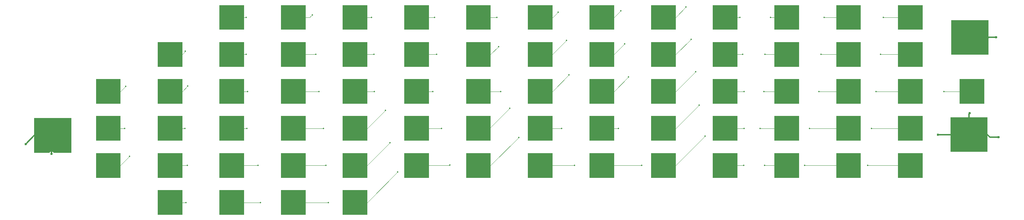
<source format=gtl>
G04*
G04 #@! TF.GenerationSoftware,Altium Limited,Altium Designer,20.0.2 (26)*
G04*
G04 Layer_Physical_Order=1*
G04 Layer_Color=255*
%FSLAX25Y25*%
%MOIN*%
G70*
G01*
G75*
%ADD10C,0.00394*%
%ADD11C,0.01181*%
%ADD12C,0.01378*%
%ADD13C,0.02362*%
G36*
X1222047Y566142D02*
X1198425D01*
Y589764D01*
X1222047D01*
Y566142D01*
D02*
G37*
G36*
X1162992D02*
X1139370D01*
Y589764D01*
X1162992D01*
Y566142D01*
D02*
G37*
G36*
X1103937D02*
X1080315D01*
Y589764D01*
X1103937D01*
Y566142D01*
D02*
G37*
G36*
X1044882D02*
X1021260D01*
Y589764D01*
X1044882D01*
Y566142D01*
D02*
G37*
G36*
X985827D02*
X962205D01*
Y589764D01*
X985827D01*
Y566142D01*
D02*
G37*
G36*
X926772D02*
X903150D01*
Y589764D01*
X926772D01*
Y566142D01*
D02*
G37*
G36*
X867717D02*
X844094D01*
Y589764D01*
X867717D01*
Y566142D01*
D02*
G37*
G36*
X808661D02*
X785039D01*
Y589764D01*
X808661D01*
Y566142D01*
D02*
G37*
G36*
X749606D02*
X725984D01*
Y589764D01*
X749606D01*
Y566142D01*
D02*
G37*
G36*
X690551D02*
X666929D01*
Y589764D01*
X690551D01*
Y566142D01*
D02*
G37*
G36*
X631496D02*
X607874D01*
Y589764D01*
X631496D01*
Y566142D01*
D02*
G37*
G36*
X572441D02*
X548819D01*
Y589764D01*
X572441D01*
Y566142D01*
D02*
G37*
G36*
X1285039Y542126D02*
X1249606D01*
Y575197D01*
X1285039D01*
Y542126D01*
D02*
G37*
G36*
X1222047Y530709D02*
X1198425D01*
Y554331D01*
X1222047D01*
Y530709D01*
D02*
G37*
G36*
X1162992D02*
X1139370D01*
Y554331D01*
X1162992D01*
Y530709D01*
D02*
G37*
G36*
X1103937D02*
X1080315D01*
Y554331D01*
X1103937D01*
Y530709D01*
D02*
G37*
G36*
X1044882D02*
X1021260D01*
Y554331D01*
X1044882D01*
Y530709D01*
D02*
G37*
G36*
X985827D02*
X962205D01*
Y554331D01*
X985827D01*
Y530709D01*
D02*
G37*
G36*
X926772D02*
X903150D01*
Y554331D01*
X926772D01*
Y530709D01*
D02*
G37*
G36*
X867717D02*
X844094D01*
Y554331D01*
X867717D01*
Y530709D01*
D02*
G37*
G36*
X808661D02*
X785039D01*
Y554331D01*
X808661D01*
Y530709D01*
D02*
G37*
G36*
X749606D02*
X725984D01*
Y554331D01*
X749606D01*
Y530709D01*
D02*
G37*
G36*
X690551D02*
X666929D01*
Y554331D01*
X690551D01*
Y530709D01*
D02*
G37*
G36*
X631496D02*
X607874D01*
Y554331D01*
X631496D01*
Y530709D01*
D02*
G37*
G36*
X572441D02*
X548819D01*
Y554331D01*
X572441D01*
Y530709D01*
D02*
G37*
G36*
X513386D02*
X489764D01*
Y554331D01*
X513386D01*
Y530709D01*
D02*
G37*
G36*
X1281102Y495276D02*
X1257480D01*
Y518898D01*
X1281102D01*
Y495276D01*
D02*
G37*
G36*
X1222047D02*
X1198425D01*
Y518898D01*
X1222047D01*
Y495276D01*
D02*
G37*
G36*
X1162992D02*
X1139370D01*
Y518898D01*
X1162992D01*
Y495276D01*
D02*
G37*
G36*
X1103937D02*
X1080315D01*
Y518898D01*
X1103937D01*
Y495276D01*
D02*
G37*
G36*
X1044882D02*
X1021260D01*
Y518898D01*
X1044882D01*
Y495276D01*
D02*
G37*
G36*
X985827D02*
X962205D01*
Y518898D01*
X985827D01*
Y495276D01*
D02*
G37*
G36*
X926772D02*
X903150D01*
Y518898D01*
X926772D01*
Y495276D01*
D02*
G37*
G36*
X867717D02*
X844094D01*
Y518898D01*
X867717D01*
Y495276D01*
D02*
G37*
G36*
X808661D02*
X785039D01*
Y518898D01*
X808661D01*
Y495276D01*
D02*
G37*
G36*
X749606D02*
X725984D01*
Y518898D01*
X749606D01*
Y495276D01*
D02*
G37*
G36*
X690551D02*
X666929D01*
Y518898D01*
X690551D01*
Y495276D01*
D02*
G37*
G36*
X631496D02*
X607874D01*
Y518898D01*
X631496D01*
Y495276D01*
D02*
G37*
G36*
X572441D02*
X548819D01*
Y518898D01*
X572441D01*
Y495276D01*
D02*
G37*
G36*
X513386D02*
X489764D01*
Y518898D01*
X513386D01*
Y495276D01*
D02*
G37*
G36*
X454331D02*
X430709D01*
Y518898D01*
X454331D01*
Y495276D01*
D02*
G37*
G36*
X926772Y459842D02*
X903150D01*
Y483465D01*
X926772D01*
Y459842D01*
D02*
G37*
G36*
X1222047Y459842D02*
X1198425D01*
Y483465D01*
X1222047D01*
Y459842D01*
D02*
G37*
G36*
X1162992D02*
X1139370D01*
Y483465D01*
X1162992D01*
Y459842D01*
D02*
G37*
G36*
X1103937D02*
X1080315D01*
Y483465D01*
X1103937D01*
Y459842D01*
D02*
G37*
G36*
X1044882D02*
X1021260D01*
Y483465D01*
X1044882D01*
Y459842D01*
D02*
G37*
G36*
X985827D02*
X962205D01*
Y483465D01*
X985827D01*
Y459842D01*
D02*
G37*
G36*
X867717D02*
X844094D01*
Y483465D01*
X867717D01*
Y459842D01*
D02*
G37*
G36*
X808661D02*
X785039D01*
Y483465D01*
X808661D01*
Y459842D01*
D02*
G37*
G36*
X749606D02*
X725984D01*
Y483465D01*
X749606D01*
Y459842D01*
D02*
G37*
G36*
X690551D02*
X666929D01*
Y483465D01*
X690551D01*
Y459842D01*
D02*
G37*
G36*
X631496D02*
X607874D01*
Y483465D01*
X631496D01*
Y459842D01*
D02*
G37*
G36*
X572441D02*
X548819D01*
Y483465D01*
X572441D01*
Y459842D01*
D02*
G37*
G36*
X513386D02*
X489764D01*
Y483465D01*
X513386D01*
Y459842D01*
D02*
G37*
G36*
X454331D02*
X430709D01*
Y483465D01*
X454331D01*
Y459842D01*
D02*
G37*
G36*
X1284252Y449213D02*
X1248819D01*
Y482283D01*
X1284252D01*
Y449213D01*
D02*
G37*
G36*
X407087Y448425D02*
X390023D01*
X389761Y448817D01*
X389040Y449299D01*
X388189Y449468D01*
X387338Y449299D01*
X386616Y448817D01*
X386355Y448425D01*
X371654D01*
Y481496D01*
X407087D01*
Y448425D01*
D02*
G37*
G36*
X1222047Y424409D02*
X1198425D01*
Y448032D01*
X1222047D01*
Y424409D01*
D02*
G37*
G36*
X1162992D02*
X1139370D01*
Y448032D01*
X1162992D01*
Y424409D01*
D02*
G37*
G36*
X1103937D02*
X1080315D01*
Y448032D01*
X1103937D01*
Y424409D01*
D02*
G37*
G36*
X1044882D02*
X1021260D01*
Y448032D01*
X1044882D01*
Y424409D01*
D02*
G37*
G36*
X985827D02*
X962205D01*
Y448032D01*
X985827D01*
Y424409D01*
D02*
G37*
G36*
X926772D02*
X903150D01*
Y448032D01*
X926772D01*
Y424409D01*
D02*
G37*
G36*
X867717D02*
X844094D01*
Y448032D01*
X867717D01*
Y424409D01*
D02*
G37*
G36*
X808661D02*
X785039D01*
Y448032D01*
X808661D01*
Y424409D01*
D02*
G37*
G36*
X749606D02*
X725984D01*
Y448032D01*
X749606D01*
Y424409D01*
D02*
G37*
G36*
X690551D02*
X666929D01*
Y448032D01*
X690551D01*
Y424409D01*
D02*
G37*
G36*
X631496D02*
X607874D01*
Y448032D01*
X631496D01*
Y424409D01*
D02*
G37*
G36*
X572441D02*
X548819D01*
Y448032D01*
X572441D01*
Y424409D01*
D02*
G37*
G36*
X513386D02*
X489764D01*
Y448032D01*
X513386D01*
Y424409D01*
D02*
G37*
G36*
X454331D02*
X430709D01*
Y448032D01*
X454331D01*
Y424409D01*
D02*
G37*
G36*
X690551Y388976D02*
X666929D01*
Y412598D01*
X690551D01*
Y388976D01*
D02*
G37*
G36*
X631496D02*
X607874D01*
Y412598D01*
X631496D01*
Y388976D01*
D02*
G37*
G36*
X572441D02*
X548819D01*
Y412598D01*
X572441D01*
Y388976D01*
D02*
G37*
G36*
X513386D02*
X489764D01*
Y412598D01*
X513386D01*
Y388976D01*
D02*
G37*
D10*
X867717Y577953D02*
X868110D01*
X708661Y454331D02*
X712205Y457874D01*
X1242520Y507087D02*
X1257480D01*
X1169685Y436221D02*
X1198425D01*
X1184646Y577953D02*
X1198425D01*
X1181890Y542520D02*
X1198425D01*
X1177559Y507087D02*
X1198425D01*
X1173228Y471654D02*
X1198425D01*
X1122835Y507087D02*
X1139370D01*
X1113780Y471654D02*
X1139370D01*
X1109055Y436221D02*
X1139370D01*
X1127953Y577953D02*
X1139370D01*
X1124803Y542520D02*
X1139370D01*
X1076378Y577953D02*
X1080315D01*
X1071260Y542520D02*
X1080315D01*
X1070079Y507087D02*
X1080315D01*
X1066535Y471654D02*
X1080315D01*
X1070866Y436221D02*
X1080315D01*
X1044882Y542520D02*
X1050000D01*
X1044882Y507087D02*
X1051181D01*
X1044882Y471654D02*
X1051181D01*
X1044882Y436221D02*
X1050787D01*
X1044882Y577953D02*
X1047244D01*
X985827D02*
X995669Y587795D01*
X985827Y542520D02*
X1000394Y557087D01*
X985827Y507087D02*
X1004724Y525984D01*
X985827Y471654D02*
X1008268Y494095D01*
X985827Y436221D02*
X1013780Y464173D01*
X926772Y471654D02*
X930709D01*
X926772Y577953D02*
X933071Y584252D01*
X926772Y542520D02*
X937008Y552756D01*
X926772Y507087D02*
X940551Y520866D01*
X926772Y436221D02*
X953150D01*
X867717Y542520D02*
X881102Y555905D01*
X867717Y507087D02*
X883465Y522835D01*
X868110Y577953D02*
X873228Y583071D01*
X867717Y471654D02*
X876378D01*
X867717Y436221D02*
X888976D01*
X808661Y577953D02*
X814567D01*
X808661Y542520D02*
X816142Y550000D01*
X808268Y472441D02*
X826772Y490945D01*
X808661Y436221D02*
X835433Y462992D01*
X808661Y507087D02*
X818110D01*
X749606Y471654D02*
X761417D01*
X749606Y436221D02*
X769291D01*
X749606Y507087D02*
X753150D01*
X749606Y577953D02*
X754724D01*
X749606Y542520D02*
X756693D01*
X690551D02*
X696850D01*
X690551Y577953D02*
X694488D01*
X690551Y400787D02*
X719685Y429921D01*
X690551Y471654D02*
X707874Y488976D01*
X690551Y436221D02*
X708661Y454331D01*
X690551Y507087D02*
X697244D01*
X631496D02*
X644095D01*
X631496Y471654D02*
X648425D01*
X631496Y436221D02*
X650787D01*
X631496Y400787D02*
X653150D01*
X631496Y577953D02*
X635433D01*
X631496Y542520D02*
X640945D01*
X635433Y577953D02*
X637008Y579528D01*
X572441Y577953D02*
X574409D01*
X572441Y542520D02*
X574409D01*
X572441Y507087D02*
X575984D01*
X572441Y471654D02*
X575197D01*
X572441Y436221D02*
X585827D01*
X572441Y400787D02*
X588189D01*
X513386Y542520D02*
X516142Y545276D01*
X513386Y507087D02*
X518504Y512205D01*
X513386Y471654D02*
X515748D01*
X513386Y436221D02*
X518110D01*
X513386Y400787D02*
X516929D01*
X454331Y507087D02*
X459055Y511811D01*
X454331Y471654D02*
X458268D01*
X454331Y436221D02*
X462992Y444882D01*
D11*
X1285433Y559055D02*
X1292520D01*
X1285039Y558661D02*
X1285433Y559055D01*
X1286614Y463386D02*
X1294882D01*
X1284252Y465748D02*
X1286614Y463386D01*
X1237008Y465748D02*
X1248819D01*
X1266535Y485529D02*
X1267227Y486221D01*
X1266535Y482283D02*
Y485529D01*
X388189Y447244D02*
Y448819D01*
X363386Y456693D02*
X371654Y464961D01*
D12*
X930709Y471654D02*
D03*
X1242520Y507087D02*
D03*
X1184646Y577953D02*
D03*
X1181890Y542520D02*
D03*
X1177559Y507087D02*
D03*
X1173228Y471654D02*
D03*
X1169685Y436221D02*
D03*
X1109055D02*
D03*
X1113780Y471654D02*
D03*
X1122835Y507087D02*
D03*
X1124803Y542520D02*
D03*
X1127953Y577953D02*
D03*
X1076378D02*
D03*
X1071260Y542520D02*
D03*
X1070079Y507087D02*
D03*
X1066535Y471654D02*
D03*
X1070866Y436221D02*
D03*
X1050787D02*
D03*
X1051181Y471654D02*
D03*
Y507087D02*
D03*
X1050000Y542520D02*
D03*
X1047244Y577953D02*
D03*
X995669Y587795D02*
D03*
X1000394Y557087D02*
D03*
X1004724Y525984D02*
D03*
X1008268Y494095D02*
D03*
X1013780Y464173D02*
D03*
X953150Y436221D02*
D03*
X940551Y520866D02*
D03*
X937008Y552756D02*
D03*
X933071Y584252D02*
D03*
X873228Y583071D02*
D03*
X881102Y555905D02*
D03*
X883465Y522835D02*
D03*
X876378Y471654D02*
D03*
X888976Y436221D02*
D03*
X835433Y462992D02*
D03*
X826772Y490945D02*
D03*
X818110Y507087D02*
D03*
X816142Y550000D02*
D03*
X814567Y577953D02*
D03*
X754724D02*
D03*
X756693Y542520D02*
D03*
X753150Y507087D02*
D03*
X761417Y471654D02*
D03*
X769685Y436614D02*
D03*
X719685Y429921D02*
D03*
X712205Y457874D02*
D03*
X707874Y488976D02*
D03*
X697244Y507087D02*
D03*
X696850Y542520D02*
D03*
X694488Y577953D02*
D03*
X637795Y580315D02*
D03*
X641142Y542717D02*
D03*
X644095Y507087D02*
D03*
X648425Y471654D02*
D03*
X650787Y436221D02*
D03*
X653150Y400787D02*
D03*
X588189D02*
D03*
X585827Y436221D02*
D03*
X575197Y471654D02*
D03*
X575984Y507087D02*
D03*
X574409Y542520D02*
D03*
Y577953D02*
D03*
X516142Y545669D02*
D03*
X518504Y512205D02*
D03*
X515748Y471654D02*
D03*
X518110Y436221D02*
D03*
X516929Y400787D02*
D03*
X462992Y444882D02*
D03*
X458268Y471654D02*
D03*
X459055Y511811D02*
D03*
D13*
X388189Y447244D02*
D03*
X363386Y456693D02*
D03*
X1292520Y559055D02*
D03*
X1294882Y463386D02*
D03*
X1267227Y486221D02*
D03*
X1237008Y465748D02*
D03*
M02*

</source>
